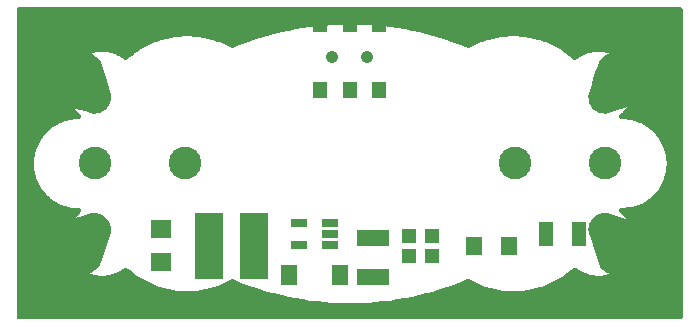
<source format=gbr>
G04 EAGLE Gerber RS-274X export*
G75*
%MOMM*%
%FSLAX34Y34*%
%LPD*%
%INSoldermask Top*%
%IPPOS*%
%AMOC8*
5,1,8,0,0,1.08239X$1,22.5*%
G01*
%ADD10C,0.406400*%
%ADD11R,1.473200X1.673200*%
%ADD12R,2.353200X5.703200*%
%ADD13R,2.703200X1.403200*%
%ADD14R,1.803200X1.603200*%
%ADD15R,1.203200X1.303200*%
%ADD16C,2.755900*%
%ADD17R,1.403200X1.603200*%
%ADD18C,4.013200*%
%ADD19R,1.403200X0.753200*%
%ADD20R,1.203200X1.353200*%
%ADD21C,1.053200*%
%ADD22R,1.203200X2.003200*%

G36*
X282029Y130018D02*
X282029Y130018D01*
X282031Y130036D01*
X282010Y130218D01*
X281991Y130401D01*
X281986Y130418D01*
X281984Y130435D01*
X281927Y130610D01*
X281873Y130786D01*
X281865Y130801D01*
X281859Y130818D01*
X281769Y130978D01*
X281681Y131140D01*
X281670Y131153D01*
X281661Y131169D01*
X281541Y131308D01*
X281424Y131449D01*
X281410Y131460D01*
X281398Y131474D01*
X281253Y131586D01*
X281110Y131701D01*
X281094Y131709D01*
X281080Y131720D01*
X280915Y131802D01*
X280753Y131887D01*
X280736Y131892D01*
X280720Y131900D01*
X280541Y131947D01*
X280366Y131998D01*
X280348Y132000D01*
X280331Y132004D01*
X280000Y132031D01*
X-280000Y132031D01*
X-280018Y132029D01*
X-280036Y132031D01*
X-280218Y132010D01*
X-280401Y131991D01*
X-280418Y131986D01*
X-280435Y131984D01*
X-280610Y131927D01*
X-280786Y131873D01*
X-280801Y131865D01*
X-280818Y131859D01*
X-280978Y131769D01*
X-281140Y131681D01*
X-281153Y131670D01*
X-281169Y131661D01*
X-281308Y131541D01*
X-281449Y131424D01*
X-281460Y131410D01*
X-281474Y131398D01*
X-281586Y131253D01*
X-281701Y131110D01*
X-281709Y131094D01*
X-281720Y131080D01*
X-281802Y130915D01*
X-281887Y130753D01*
X-281892Y130736D01*
X-281900Y130720D01*
X-281947Y130541D01*
X-281998Y130366D01*
X-282000Y130348D01*
X-282004Y130331D01*
X-282031Y130000D01*
X-282031Y-130000D01*
X-282029Y-130018D01*
X-282031Y-130036D01*
X-282010Y-130218D01*
X-281991Y-130401D01*
X-281986Y-130418D01*
X-281984Y-130435D01*
X-281927Y-130610D01*
X-281873Y-130786D01*
X-281865Y-130801D01*
X-281859Y-130818D01*
X-281769Y-130978D01*
X-281681Y-131140D01*
X-281670Y-131153D01*
X-281661Y-131169D01*
X-281541Y-131308D01*
X-281424Y-131449D01*
X-281410Y-131460D01*
X-281398Y-131474D01*
X-281253Y-131586D01*
X-281110Y-131701D01*
X-281094Y-131709D01*
X-281080Y-131720D01*
X-280915Y-131802D01*
X-280753Y-131887D01*
X-280736Y-131892D01*
X-280720Y-131900D01*
X-280541Y-131947D01*
X-280366Y-131998D01*
X-280348Y-132000D01*
X-280331Y-132004D01*
X-280000Y-132031D01*
X280000Y-132031D01*
X280018Y-132029D01*
X280036Y-132031D01*
X280218Y-132010D01*
X280401Y-131991D01*
X280418Y-131986D01*
X280435Y-131984D01*
X280610Y-131927D01*
X280786Y-131873D01*
X280801Y-131865D01*
X280818Y-131859D01*
X280978Y-131769D01*
X281140Y-131681D01*
X281153Y-131670D01*
X281169Y-131661D01*
X281308Y-131541D01*
X281449Y-131424D01*
X281460Y-131410D01*
X281474Y-131398D01*
X281586Y-131253D01*
X281701Y-131110D01*
X281709Y-131094D01*
X281720Y-131080D01*
X281802Y-130915D01*
X281887Y-130753D01*
X281892Y-130736D01*
X281900Y-130720D01*
X281947Y-130541D01*
X281998Y-130366D01*
X282000Y-130348D01*
X282004Y-130331D01*
X282031Y-130000D01*
X282031Y130000D01*
X282029Y130018D01*
G37*
%LPC*%
G36*
X-26744Y-117983D02*
X-26744Y-117983D01*
X-72502Y-110025D01*
X-99358Y-101073D01*
X-99384Y-101067D01*
X-99408Y-101057D01*
X-99581Y-101023D01*
X-99750Y-100984D01*
X-99777Y-100984D01*
X-99803Y-100978D01*
X-99978Y-100979D01*
X-100153Y-100975D01*
X-100179Y-100979D01*
X-100206Y-100979D01*
X-100377Y-101014D01*
X-100549Y-101044D01*
X-100574Y-101054D01*
X-100601Y-101060D01*
X-100908Y-101183D01*
X-116503Y-108981D01*
X-155495Y-109955D01*
X-189009Y-91227D01*
X-189064Y-91203D01*
X-189114Y-91172D01*
X-189183Y-91147D01*
X-189247Y-91113D01*
X-189314Y-91094D01*
X-189378Y-91066D01*
X-189437Y-91054D01*
X-189492Y-91033D01*
X-189564Y-91022D01*
X-189634Y-91002D01*
X-189704Y-90996D01*
X-189772Y-90982D01*
X-189832Y-90981D01*
X-189890Y-90972D01*
X-189963Y-90975D01*
X-190036Y-90969D01*
X-190105Y-90977D01*
X-190175Y-90976D01*
X-190233Y-90987D01*
X-190293Y-90990D01*
X-190375Y-91009D01*
X-190435Y-91016D01*
X-190454Y-91022D01*
X-190502Y-91038D01*
X-190570Y-91050D01*
X-190590Y-91058D01*
X-190616Y-91064D01*
X-211895Y-97835D01*
X-221260Y-93821D01*
X-218848Y-92756D01*
X-218768Y-92707D01*
X-218708Y-92681D01*
X-215459Y-90585D01*
X-215388Y-90524D01*
X-215332Y-90489D01*
X-212451Y-87911D01*
X-212415Y-87867D01*
X-212371Y-87830D01*
X-212334Y-87771D01*
X-212268Y-87694D01*
X-212228Y-87604D01*
X-212192Y-87546D01*
X-208916Y-79712D01*
X-208905Y-79671D01*
X-208890Y-79642D01*
X-206200Y-71587D01*
X-206193Y-71546D01*
X-206179Y-71515D01*
X-204119Y-63396D01*
X-203103Y-61417D01*
X-203067Y-61314D01*
X-203035Y-61248D01*
X-202357Y-59010D01*
X-202340Y-58901D01*
X-202320Y-58831D01*
X-202053Y-56507D01*
X-202056Y-56397D01*
X-202048Y-56325D01*
X-202202Y-53991D01*
X-202224Y-53883D01*
X-202230Y-53810D01*
X-202799Y-51542D01*
X-202840Y-51440D01*
X-202859Y-51369D01*
X-203824Y-49239D01*
X-203883Y-49146D01*
X-203914Y-49080D01*
X-205246Y-47157D01*
X-205320Y-47076D01*
X-205363Y-47017D01*
X-207017Y-45363D01*
X-207104Y-45297D01*
X-207157Y-45246D01*
X-209080Y-43914D01*
X-209178Y-43865D01*
X-209239Y-43824D01*
X-211369Y-42859D01*
X-211475Y-42828D01*
X-211542Y-42799D01*
X-213810Y-42230D01*
X-213920Y-42219D01*
X-213991Y-42202D01*
X-216325Y-42048D01*
X-216434Y-42057D01*
X-216507Y-42053D01*
X-218831Y-42320D01*
X-218937Y-42347D01*
X-219010Y-42357D01*
X-221248Y-43035D01*
X-221348Y-43081D01*
X-221417Y-43103D01*
X-223401Y-44121D01*
X-235361Y-47277D01*
X-233552Y-42031D01*
X-230000Y-42031D01*
X-229863Y-42018D01*
X-229724Y-42012D01*
X-229663Y-41998D01*
X-229599Y-41991D01*
X-229467Y-41951D01*
X-229333Y-41919D01*
X-229275Y-41892D01*
X-229214Y-41873D01*
X-229093Y-41807D01*
X-228968Y-41749D01*
X-228916Y-41712D01*
X-228860Y-41681D01*
X-228754Y-41593D01*
X-228643Y-41511D01*
X-228600Y-41464D01*
X-228551Y-41424D01*
X-228465Y-41316D01*
X-228371Y-41214D01*
X-228339Y-41159D01*
X-228299Y-41110D01*
X-228235Y-40988D01*
X-228164Y-40869D01*
X-228143Y-40809D01*
X-228113Y-40753D01*
X-228075Y-40620D01*
X-228029Y-40490D01*
X-228020Y-40427D01*
X-228002Y-40366D01*
X-227991Y-40228D01*
X-227971Y-40091D01*
X-227974Y-40028D01*
X-227969Y-39964D01*
X-227985Y-39827D01*
X-227993Y-39689D01*
X-228009Y-39628D01*
X-228016Y-39565D01*
X-228059Y-39433D01*
X-228093Y-39299D01*
X-228121Y-39242D01*
X-228141Y-39182D01*
X-228209Y-39062D01*
X-228269Y-38937D01*
X-228308Y-38886D01*
X-228339Y-38831D01*
X-228429Y-38727D01*
X-228513Y-38617D01*
X-228560Y-38575D01*
X-228602Y-38527D01*
X-228711Y-38442D01*
X-228815Y-38350D01*
X-228870Y-38319D01*
X-228920Y-38280D01*
X-229044Y-38218D01*
X-229163Y-38149D01*
X-229224Y-38129D01*
X-229281Y-38100D01*
X-229414Y-38065D01*
X-229545Y-38020D01*
X-229617Y-38010D01*
X-229669Y-37996D01*
X-229772Y-37987D01*
X-229873Y-37973D01*
X-245248Y-37012D01*
X-262304Y-23746D01*
X-269891Y-3831D01*
X-264177Y23786D01*
X-246266Y36041D01*
X-229763Y37983D01*
X-229682Y38000D01*
X-229599Y38009D01*
X-229592Y38011D01*
X-229584Y38012D01*
X-229478Y38045D01*
X-229369Y38069D01*
X-229294Y38102D01*
X-229214Y38127D01*
X-229208Y38131D01*
X-229200Y38133D01*
X-229103Y38187D01*
X-229001Y38231D01*
X-228933Y38279D01*
X-228860Y38319D01*
X-228854Y38324D01*
X-228848Y38327D01*
X-228763Y38399D01*
X-228672Y38463D01*
X-228615Y38523D01*
X-228551Y38576D01*
X-228546Y38582D01*
X-228540Y38587D01*
X-228471Y38675D01*
X-228395Y38755D01*
X-228351Y38826D01*
X-228299Y38890D01*
X-228295Y38897D01*
X-228290Y38903D01*
X-228240Y39002D01*
X-228181Y39096D01*
X-228152Y39174D01*
X-228113Y39247D01*
X-228111Y39255D01*
X-228108Y39262D01*
X-228078Y39369D01*
X-228038Y39473D01*
X-228025Y39555D01*
X-228002Y39634D01*
X-228001Y39642D01*
X-227999Y39650D01*
X-227991Y39761D01*
X-227973Y39870D01*
X-227976Y39953D01*
X-227969Y40036D01*
X-227970Y40043D01*
X-227969Y40051D01*
X-227983Y40162D01*
X-227987Y40273D01*
X-228006Y40353D01*
X-228016Y40435D01*
X-228018Y40443D01*
X-228019Y40451D01*
X-228055Y40556D01*
X-228080Y40664D01*
X-228115Y40739D01*
X-228140Y40817D01*
X-228141Y40818D01*
X-228145Y40825D01*
X-228147Y40832D01*
X-228202Y40929D01*
X-228249Y41030D01*
X-228298Y41097D01*
X-228339Y41169D01*
X-228344Y41175D01*
X-228348Y41181D01*
X-228421Y41265D01*
X-228487Y41355D01*
X-228548Y41411D01*
X-228599Y41471D01*
X-228602Y41474D01*
X-228608Y41478D01*
X-228613Y41484D01*
X-228722Y41570D01*
X-228784Y41627D01*
X-228824Y41651D01*
X-228873Y41690D01*
X-234535Y45465D01*
X-236010Y47677D01*
X-231587Y46200D01*
X-231546Y46193D01*
X-231515Y46179D01*
X-223396Y44119D01*
X-221417Y43103D01*
X-221314Y43067D01*
X-221248Y43035D01*
X-219010Y42357D01*
X-218901Y42340D01*
X-218831Y42320D01*
X-216507Y42053D01*
X-216397Y42056D01*
X-216325Y42048D01*
X-213991Y42202D01*
X-213883Y42224D01*
X-213810Y42230D01*
X-211542Y42799D01*
X-211440Y42840D01*
X-211369Y42859D01*
X-209239Y43824D01*
X-209146Y43883D01*
X-209080Y43914D01*
X-207157Y45246D01*
X-207076Y45320D01*
X-207017Y45363D01*
X-205363Y47017D01*
X-205297Y47104D01*
X-205246Y47157D01*
X-203914Y49080D01*
X-203865Y49178D01*
X-203824Y49239D01*
X-202859Y51369D01*
X-202828Y51475D01*
X-202799Y51542D01*
X-202230Y53810D01*
X-202219Y53920D01*
X-202202Y53991D01*
X-202048Y56325D01*
X-202057Y56434D01*
X-202053Y56507D01*
X-202320Y58831D01*
X-202347Y58937D01*
X-202357Y59010D01*
X-203035Y61248D01*
X-203081Y61348D01*
X-203103Y61417D01*
X-204121Y63401D01*
X-207277Y75363D01*
X-207295Y75406D01*
X-207302Y75443D01*
X-211464Y87210D01*
X-211502Y87283D01*
X-211531Y87359D01*
X-211564Y87401D01*
X-211596Y87462D01*
X-211690Y87561D01*
X-211739Y87623D01*
X-214659Y90276D01*
X-214736Y90328D01*
X-214785Y90373D01*
X-218084Y92537D01*
X-218169Y92576D01*
X-218224Y92613D01*
X-221104Y93911D01*
X-210992Y96885D01*
X-190558Y91047D01*
X-190419Y91022D01*
X-190281Y90988D01*
X-190221Y90986D01*
X-190162Y90975D01*
X-190020Y90978D01*
X-189879Y90972D01*
X-189820Y90982D01*
X-189759Y90983D01*
X-189621Y91014D01*
X-189481Y91036D01*
X-189425Y91057D01*
X-189366Y91070D01*
X-189237Y91127D01*
X-189104Y91177D01*
X-189045Y91212D01*
X-188998Y91233D01*
X-188931Y91280D01*
X-188819Y91347D01*
X-175018Y101205D01*
X-155609Y108969D01*
X-121500Y108969D01*
X-100943Y98201D01*
X-100856Y98166D01*
X-100773Y98122D01*
X-100762Y98118D01*
X-100753Y98113D01*
X-100735Y98108D01*
X-100659Y98086D01*
X-100569Y98050D01*
X-100477Y98033D01*
X-100387Y98006D01*
X-100376Y98005D01*
X-100366Y98002D01*
X-100269Y97994D01*
X-100173Y97976D01*
X-100080Y97977D01*
X-99987Y97969D01*
X-99975Y97970D01*
X-99964Y97969D01*
X-99868Y97980D01*
X-99771Y97982D01*
X-99679Y98001D01*
X-99586Y98011D01*
X-99574Y98015D01*
X-99565Y98016D01*
X-99508Y98035D01*
X-99458Y98049D01*
X-99377Y98067D01*
X-99332Y98087D01*
X-99268Y98105D01*
X-55514Y115010D01*
X-1995Y120957D01*
X44606Y115999D01*
X99433Y100050D01*
X99545Y100029D01*
X99654Y99998D01*
X99742Y99992D01*
X99828Y99976D01*
X99942Y99978D01*
X100056Y99970D01*
X100143Y99981D01*
X100231Y99982D01*
X100342Y100006D01*
X100455Y100020D01*
X100538Y100049D01*
X100625Y100067D01*
X100729Y100113D01*
X100837Y100149D01*
X100928Y100200D01*
X100993Y100228D01*
X101047Y100266D01*
X101127Y100310D01*
X103890Y102152D01*
X128317Y109969D01*
X152602Y109969D01*
X178807Y99293D01*
X188497Y88634D01*
X188540Y88595D01*
X188576Y88551D01*
X188598Y88534D01*
X188617Y88513D01*
X188709Y88442D01*
X188796Y88364D01*
X188845Y88335D01*
X188890Y88299D01*
X188915Y88286D01*
X188937Y88269D01*
X189042Y88218D01*
X189142Y88159D01*
X189197Y88140D01*
X189247Y88113D01*
X189274Y88106D01*
X189299Y88093D01*
X189412Y88064D01*
X189522Y88026D01*
X189579Y88018D01*
X189634Y88002D01*
X189662Y88000D01*
X189689Y87993D01*
X189806Y87986D01*
X189921Y87970D01*
X189978Y87974D01*
X190036Y87969D01*
X190063Y87972D01*
X190091Y87971D01*
X190206Y87988D01*
X190323Y87995D01*
X190379Y88009D01*
X190435Y88016D01*
X190462Y88025D01*
X190490Y88029D01*
X190599Y88068D01*
X190712Y88098D01*
X190764Y88123D01*
X190815Y88140D01*
X190818Y88141D01*
X190843Y88155D01*
X190869Y88164D01*
X190996Y88238D01*
X191073Y88276D01*
X191108Y88302D01*
X191156Y88330D01*
X203507Y96881D01*
X222365Y94309D01*
X218848Y92756D01*
X218768Y92707D01*
X218708Y92681D01*
X215459Y90585D01*
X215388Y90524D01*
X215332Y90489D01*
X212451Y87911D01*
X212415Y87867D01*
X212371Y87830D01*
X212334Y87771D01*
X212268Y87694D01*
X212228Y87604D01*
X212192Y87546D01*
X208916Y79712D01*
X208905Y79671D01*
X208890Y79642D01*
X206200Y71587D01*
X206193Y71546D01*
X206179Y71515D01*
X204119Y63396D01*
X203103Y61417D01*
X203067Y61314D01*
X203035Y61248D01*
X202357Y59010D01*
X202340Y58901D01*
X202320Y58831D01*
X202053Y56507D01*
X202056Y56397D01*
X202048Y56325D01*
X202202Y53991D01*
X202224Y53883D01*
X202230Y53810D01*
X202799Y51542D01*
X202840Y51440D01*
X202859Y51369D01*
X203824Y49239D01*
X203883Y49146D01*
X203914Y49080D01*
X205246Y47157D01*
X205320Y47076D01*
X205363Y47017D01*
X207017Y45363D01*
X207095Y45304D01*
X207124Y45277D01*
X207126Y45276D01*
X207157Y45246D01*
X209080Y43914D01*
X209178Y43865D01*
X209239Y43824D01*
X211369Y42859D01*
X211475Y42828D01*
X211542Y42799D01*
X213810Y42230D01*
X213920Y42219D01*
X213991Y42202D01*
X216325Y42048D01*
X216434Y42057D01*
X216507Y42053D01*
X218831Y42320D01*
X218937Y42347D01*
X219010Y42357D01*
X221248Y43035D01*
X221348Y43081D01*
X221417Y43103D01*
X223401Y44121D01*
X235363Y47277D01*
X235406Y47295D01*
X235443Y47302D01*
X236777Y47774D01*
X234208Y42956D01*
X234162Y42844D01*
X234107Y42736D01*
X234085Y42658D01*
X234054Y42584D01*
X234031Y42465D01*
X233999Y42348D01*
X233993Y42268D01*
X233978Y42188D01*
X233978Y42067D01*
X233969Y41947D01*
X233980Y41867D01*
X233980Y41786D01*
X234005Y41667D01*
X234020Y41547D01*
X234046Y41471D01*
X234062Y41392D01*
X234110Y41280D01*
X234148Y41166D01*
X234188Y41096D01*
X234220Y41021D01*
X234289Y40921D01*
X234349Y40817D01*
X234402Y40756D01*
X234448Y40689D01*
X234535Y40605D01*
X234615Y40514D01*
X234679Y40465D01*
X234737Y40409D01*
X234839Y40344D01*
X234935Y40270D01*
X235020Y40227D01*
X235076Y40191D01*
X235141Y40166D01*
X235231Y40120D01*
X256599Y31379D01*
X268969Y10445D01*
X268969Y-11429D01*
X258521Y-28525D01*
X246317Y-36035D01*
X229763Y-37983D01*
X229682Y-38000D01*
X229599Y-38009D01*
X229494Y-38041D01*
X229386Y-38064D01*
X229378Y-38067D01*
X229369Y-38069D01*
X229294Y-38102D01*
X229214Y-38127D01*
X229118Y-38179D01*
X229016Y-38223D01*
X229009Y-38228D01*
X229001Y-38231D01*
X228933Y-38279D01*
X228860Y-38319D01*
X228776Y-38389D01*
X228685Y-38452D01*
X228679Y-38458D01*
X228672Y-38463D01*
X228615Y-38523D01*
X228551Y-38576D01*
X228482Y-38662D01*
X228406Y-38741D01*
X228401Y-38749D01*
X228395Y-38755D01*
X228351Y-38826D01*
X228299Y-38890D01*
X228248Y-38988D01*
X228189Y-39081D01*
X228185Y-39089D01*
X228181Y-39096D01*
X228152Y-39174D01*
X228113Y-39247D01*
X228083Y-39353D01*
X228043Y-39456D01*
X228041Y-39465D01*
X228038Y-39473D01*
X228025Y-39554D01*
X228002Y-39634D01*
X227993Y-39744D01*
X227974Y-39853D01*
X227974Y-39862D01*
X227973Y-39870D01*
X227976Y-39953D01*
X227969Y-40036D01*
X227982Y-40145D01*
X227985Y-40255D01*
X227987Y-40264D01*
X227987Y-40273D01*
X228006Y-40353D01*
X228016Y-40435D01*
X228050Y-40540D01*
X228075Y-40648D01*
X228078Y-40656D01*
X228080Y-40664D01*
X228115Y-40739D01*
X228119Y-40753D01*
X228141Y-40818D01*
X228195Y-40914D01*
X228240Y-41015D01*
X228245Y-41022D01*
X228249Y-41030D01*
X228298Y-41097D01*
X228339Y-41169D01*
X228411Y-41252D01*
X228475Y-41342D01*
X228482Y-41349D01*
X228487Y-41355D01*
X228524Y-41389D01*
X228554Y-41418D01*
X228602Y-41474D01*
X228651Y-41512D01*
X228714Y-41572D01*
X236289Y-47770D01*
X231587Y-46200D01*
X231546Y-46193D01*
X231515Y-46179D01*
X223396Y-44119D01*
X221417Y-43103D01*
X221349Y-43080D01*
X221299Y-43054D01*
X221280Y-43051D01*
X221248Y-43035D01*
X219010Y-42357D01*
X218901Y-42340D01*
X218831Y-42320D01*
X216507Y-42053D01*
X216397Y-42056D01*
X216325Y-42048D01*
X213991Y-42202D01*
X213883Y-42224D01*
X213810Y-42230D01*
X211542Y-42799D01*
X211440Y-42840D01*
X211369Y-42859D01*
X209239Y-43824D01*
X209146Y-43883D01*
X209080Y-43914D01*
X207157Y-45246D01*
X207076Y-45320D01*
X207017Y-45363D01*
X205363Y-47017D01*
X205297Y-47104D01*
X205246Y-47157D01*
X203914Y-49080D01*
X203865Y-49178D01*
X203824Y-49239D01*
X202859Y-51369D01*
X202828Y-51475D01*
X202799Y-51542D01*
X202230Y-53810D01*
X202219Y-53920D01*
X202202Y-53991D01*
X202048Y-56325D01*
X202057Y-56434D01*
X202053Y-56507D01*
X202264Y-58343D01*
X202264Y-58344D01*
X202320Y-58831D01*
X202347Y-58937D01*
X202357Y-59010D01*
X203035Y-61248D01*
X203081Y-61348D01*
X203103Y-61417D01*
X204121Y-63401D01*
X207277Y-75363D01*
X207295Y-75406D01*
X207302Y-75443D01*
X211464Y-87210D01*
X211502Y-87283D01*
X211531Y-87359D01*
X211564Y-87401D01*
X211596Y-87462D01*
X211690Y-87561D01*
X211739Y-87623D01*
X214659Y-90276D01*
X214736Y-90328D01*
X214785Y-90373D01*
X218084Y-92537D01*
X218169Y-92576D01*
X218224Y-92613D01*
X220499Y-93639D01*
X215777Y-95627D01*
X212846Y-96861D01*
X190513Y-91035D01*
X190504Y-91033D01*
X190496Y-91030D01*
X190307Y-91002D01*
X190115Y-90972D01*
X190106Y-90972D01*
X190098Y-90971D01*
X189907Y-90981D01*
X189713Y-90989D01*
X189704Y-90991D01*
X189696Y-90992D01*
X189510Y-91039D01*
X189322Y-91085D01*
X189314Y-91089D01*
X189306Y-91091D01*
X189004Y-91230D01*
X157437Y-108986D01*
X128251Y-109959D01*
X107985Y-104169D01*
X101322Y-98458D01*
X101213Y-98382D01*
X101110Y-98299D01*
X101049Y-98267D01*
X100992Y-98227D01*
X100870Y-98174D01*
X100753Y-98113D01*
X100686Y-98094D01*
X100623Y-98067D01*
X100493Y-98039D01*
X100366Y-98002D01*
X100297Y-97996D01*
X100229Y-97982D01*
X100097Y-97980D01*
X99964Y-97969D01*
X99896Y-97977D01*
X99827Y-97976D01*
X99696Y-98001D01*
X99565Y-98016D01*
X99499Y-98037D01*
X99431Y-98050D01*
X99308Y-98100D01*
X99182Y-98141D01*
X99122Y-98175D01*
X99057Y-98201D01*
X98947Y-98274D01*
X98831Y-98339D01*
X98779Y-98384D01*
X98721Y-98422D01*
X98627Y-98515D01*
X98527Y-98602D01*
X98484Y-98657D01*
X98435Y-98705D01*
X98361Y-98815D01*
X98280Y-98920D01*
X98249Y-98982D01*
X98210Y-99039D01*
X98160Y-99162D01*
X98100Y-99281D01*
X98082Y-99347D01*
X98056Y-99411D01*
X98030Y-99541D01*
X97996Y-99669D01*
X97989Y-99749D01*
X97978Y-99806D01*
X97978Y-99884D01*
X97969Y-100000D01*
X97969Y-100614D01*
X76406Y-109051D01*
X40707Y-116984D01*
X-1990Y-119963D01*
X-26744Y-117983D01*
G37*
%LPD*%
D10*
X230000Y-40000D02*
X230974Y-39988D01*
X231948Y-39953D01*
X232920Y-39893D01*
X233890Y-39810D01*
X234859Y-39704D01*
X235824Y-39574D01*
X236786Y-39420D01*
X237744Y-39243D01*
X238697Y-39043D01*
X239645Y-38820D01*
X240588Y-38573D01*
X241524Y-38304D01*
X242453Y-38012D01*
X243375Y-37698D01*
X244289Y-37361D01*
X245195Y-37002D01*
X246091Y-36621D01*
X246978Y-36218D01*
X247855Y-35794D01*
X248721Y-35348D01*
X249577Y-34882D01*
X250420Y-34395D01*
X251252Y-33887D01*
X252071Y-33360D01*
X252877Y-32813D01*
X253669Y-32246D01*
X254447Y-31660D01*
X255211Y-31055D01*
X255959Y-30432D01*
X256693Y-29791D01*
X257410Y-29132D01*
X258112Y-28456D01*
X258796Y-27763D01*
X259464Y-27054D01*
X260114Y-26328D01*
X260746Y-25587D01*
X261360Y-24831D01*
X261955Y-24060D01*
X262532Y-23274D01*
X263089Y-22475D01*
X263626Y-21663D01*
X264144Y-20838D01*
X264641Y-20000D01*
X265118Y-19151D01*
X265574Y-18290D01*
X266009Y-17418D01*
X266422Y-16536D01*
X266814Y-15644D01*
X267184Y-14743D01*
X267532Y-13833D01*
X267858Y-12915D01*
X268161Y-11990D01*
X268442Y-11057D01*
X268699Y-10117D01*
X268934Y-9172D01*
X269146Y-8221D01*
X269335Y-7265D01*
X269500Y-6305D01*
X269642Y-5342D01*
X269760Y-4375D01*
X269855Y-3405D01*
X269926Y-2434D01*
X269973Y-1461D01*
X269997Y-487D01*
X269997Y487D01*
X269973Y1461D01*
X269926Y2434D01*
X269855Y3405D01*
X269760Y4375D01*
X269642Y5342D01*
X269500Y6305D01*
X269335Y7265D01*
X269146Y8221D01*
X268934Y9172D01*
X268699Y10117D01*
X268442Y11057D01*
X268161Y11990D01*
X267858Y12915D01*
X267532Y13833D01*
X267184Y14743D01*
X266814Y15644D01*
X266422Y16536D01*
X266009Y17418D01*
X265574Y18290D01*
X265118Y19151D01*
X264641Y20000D01*
X264144Y20838D01*
X263626Y21663D01*
X263089Y22475D01*
X262532Y23274D01*
X261955Y24060D01*
X261360Y24831D01*
X260746Y25587D01*
X260114Y26328D01*
X259464Y27054D01*
X258796Y27763D01*
X258112Y28456D01*
X257410Y29132D01*
X256693Y29791D01*
X255959Y30432D01*
X255211Y31055D01*
X254447Y31660D01*
X253669Y32246D01*
X252877Y32813D01*
X252071Y33360D01*
X251252Y33887D01*
X250420Y34395D01*
X249577Y34882D01*
X248721Y35348D01*
X247855Y35794D01*
X246978Y36218D01*
X246091Y36621D01*
X245195Y37002D01*
X244289Y37361D01*
X243375Y37698D01*
X242453Y38012D01*
X241524Y38304D01*
X240588Y38573D01*
X239645Y38820D01*
X238697Y39043D01*
X237744Y39243D01*
X236786Y39420D01*
X235824Y39574D01*
X234859Y39704D01*
X233890Y39810D01*
X232920Y39893D01*
X231948Y39953D01*
X230974Y39988D01*
X230000Y40000D01*
X230000Y-40000D02*
X230603Y-40494D01*
X231194Y-41003D01*
X231772Y-41526D01*
X232337Y-42063D01*
X232889Y-42614D01*
X233427Y-43178D01*
X233952Y-43755D01*
X234462Y-44345D01*
X234958Y-44946D01*
X235438Y-45560D01*
X235904Y-46185D01*
X236355Y-46822D01*
X236790Y-47469D01*
X237209Y-48126D01*
X237611Y-48794D01*
X237998Y-49471D01*
X238368Y-50158D01*
X238721Y-50853D01*
X239057Y-51556D01*
X239375Y-52268D01*
X239677Y-52987D01*
X239961Y-53713D01*
X240226Y-54446D01*
X240475Y-55185D01*
X240704Y-55930D01*
X240916Y-56681D01*
X241110Y-57436D01*
X241285Y-58196D01*
X241441Y-58960D01*
X241579Y-59727D01*
X241698Y-60498D01*
X241798Y-61271D01*
X241879Y-62046D01*
X241942Y-62823D01*
X241985Y-63602D01*
X242010Y-64381D01*
X242016Y-65161D01*
X242002Y-65940D01*
X241970Y-66719D01*
X241918Y-67497D01*
X241848Y-68274D01*
X241759Y-69048D01*
X241651Y-69821D01*
X241524Y-70590D01*
X241379Y-71356D01*
X241215Y-72118D01*
X241032Y-72876D01*
X240831Y-73629D01*
X240612Y-74378D01*
X240374Y-75120D01*
X240119Y-75857D01*
X239846Y-76587D01*
X239555Y-77310D01*
X239246Y-78026D01*
X238920Y-78735D01*
X238577Y-79435D01*
X238217Y-80127D01*
X237840Y-80809D01*
X237447Y-81482D01*
X237038Y-82146D01*
X236612Y-82799D01*
X236171Y-83442D01*
X235714Y-84074D01*
X235242Y-84694D01*
X234755Y-85303D01*
X234253Y-85900D01*
X233737Y-86484D01*
X233207Y-87056D01*
X232663Y-87615D01*
X232105Y-88160D01*
X231535Y-88691D01*
X230952Y-89209D01*
X230356Y-89712D01*
X229748Y-90200D01*
X229129Y-90673D01*
X228498Y-91132D01*
X227856Y-91574D01*
X227204Y-92001D01*
X226541Y-92412D01*
X225869Y-92807D01*
X225187Y-93185D01*
X224496Y-93546D01*
X223796Y-93891D01*
X223089Y-94218D01*
X222373Y-94528D01*
X221651Y-94821D01*
X220921Y-95096D01*
X220185Y-95353D01*
X219443Y-95592D01*
X218695Y-95813D01*
X217942Y-96015D01*
X217185Y-96199D01*
X216423Y-96365D01*
X215657Y-96512D01*
X214888Y-96641D01*
X214116Y-96750D01*
X213342Y-96841D01*
X212565Y-96913D01*
X211788Y-96966D01*
X211009Y-97000D01*
X210229Y-97015D01*
X209449Y-97011D01*
X208670Y-96988D01*
X207892Y-96946D01*
X207114Y-96886D01*
X206339Y-96806D01*
X205565Y-96707D01*
X204794Y-96590D01*
X204027Y-96454D01*
X203263Y-96299D01*
X202502Y-96126D01*
X201747Y-95934D01*
X200996Y-95724D01*
X200250Y-95495D01*
X199511Y-95249D01*
X198777Y-94985D01*
X198050Y-94702D01*
X197331Y-94403D01*
X196618Y-94085D01*
X195914Y-93751D01*
X195218Y-93399D01*
X194531Y-93031D01*
X193853Y-92646D01*
X193185Y-92245D01*
X192526Y-91827D01*
X191878Y-91394D01*
X191241Y-90944D01*
X190614Y-90480D01*
X190000Y-90000D01*
X188579Y-91256D01*
X187127Y-92477D01*
X185646Y-93662D01*
X184137Y-94811D01*
X182599Y-95922D01*
X181035Y-96995D01*
X179445Y-98029D01*
X177830Y-99024D01*
X176191Y-99979D01*
X174530Y-100894D01*
X172846Y-101767D01*
X171141Y-102599D01*
X169417Y-103389D01*
X167673Y-104136D01*
X165912Y-104841D01*
X164134Y-105502D01*
X162341Y-106119D01*
X160533Y-106692D01*
X158711Y-107220D01*
X156877Y-107704D01*
X155031Y-108143D01*
X153176Y-108536D01*
X151311Y-108883D01*
X149438Y-109185D01*
X147559Y-109441D01*
X145674Y-109650D01*
X143784Y-109813D01*
X141891Y-109930D01*
X139995Y-110000D01*
X138098Y-110024D01*
X136202Y-110001D01*
X134306Y-109932D01*
X132413Y-109816D01*
X130523Y-109654D01*
X128638Y-109446D01*
X126758Y-109191D01*
X124885Y-108891D01*
X123020Y-108544D01*
X121165Y-108152D01*
X119319Y-107714D01*
X117485Y-107232D01*
X115663Y-106704D01*
X113854Y-106132D01*
X112060Y-105516D01*
X110282Y-104856D01*
X108520Y-104153D01*
X106777Y-103406D01*
X105052Y-102617D01*
X103346Y-101786D01*
X101662Y-100914D01*
X100000Y-100000D01*
X230000Y40000D02*
X230603Y40494D01*
X231194Y41003D01*
X231772Y41526D01*
X232337Y42063D01*
X232889Y42614D01*
X233427Y43178D01*
X233952Y43755D01*
X234462Y44345D01*
X234958Y44946D01*
X235438Y45560D01*
X235904Y46185D01*
X236355Y46822D01*
X236790Y47469D01*
X237209Y48126D01*
X237611Y48794D01*
X237998Y49471D01*
X238368Y50158D01*
X238721Y50853D01*
X239057Y51556D01*
X239375Y52268D01*
X239677Y52987D01*
X239961Y53713D01*
X240226Y54446D01*
X240475Y55185D01*
X240704Y55930D01*
X240916Y56681D01*
X241110Y57436D01*
X241285Y58196D01*
X241441Y58960D01*
X241579Y59727D01*
X241698Y60498D01*
X241798Y61271D01*
X241879Y62046D01*
X241942Y62823D01*
X241985Y63602D01*
X242010Y64381D01*
X242016Y65161D01*
X242002Y65940D01*
X241970Y66719D01*
X241918Y67497D01*
X241848Y68274D01*
X241759Y69048D01*
X241651Y69821D01*
X241524Y70590D01*
X241379Y71356D01*
X241215Y72118D01*
X241032Y72876D01*
X240831Y73629D01*
X240612Y74378D01*
X240374Y75120D01*
X240119Y75857D01*
X239846Y76587D01*
X239555Y77310D01*
X239246Y78026D01*
X238920Y78735D01*
X238577Y79435D01*
X238217Y80127D01*
X237840Y80809D01*
X237447Y81482D01*
X237038Y82146D01*
X236612Y82799D01*
X236171Y83442D01*
X235714Y84074D01*
X235242Y84694D01*
X234755Y85303D01*
X234253Y85900D01*
X233737Y86484D01*
X233207Y87056D01*
X232663Y87615D01*
X232105Y88160D01*
X231535Y88691D01*
X230952Y89209D01*
X230356Y89712D01*
X229748Y90200D01*
X229129Y90673D01*
X228498Y91132D01*
X227856Y91574D01*
X227204Y92001D01*
X226541Y92412D01*
X225869Y92807D01*
X225187Y93185D01*
X224496Y93546D01*
X223796Y93891D01*
X223089Y94218D01*
X222373Y94528D01*
X221651Y94821D01*
X220921Y95096D01*
X220185Y95353D01*
X219443Y95592D01*
X218695Y95813D01*
X217942Y96015D01*
X217185Y96199D01*
X216423Y96365D01*
X215657Y96512D01*
X214888Y96641D01*
X214116Y96750D01*
X213342Y96841D01*
X212565Y96913D01*
X211788Y96966D01*
X211009Y97000D01*
X210229Y97015D01*
X209449Y97011D01*
X208670Y96988D01*
X207892Y96946D01*
X207114Y96886D01*
X206339Y96806D01*
X205565Y96707D01*
X204794Y96590D01*
X204027Y96454D01*
X203263Y96299D01*
X202502Y96126D01*
X201747Y95934D01*
X200996Y95724D01*
X200250Y95495D01*
X199511Y95249D01*
X198777Y94985D01*
X198050Y94702D01*
X197331Y94403D01*
X196618Y94085D01*
X195914Y93751D01*
X195218Y93399D01*
X194531Y93031D01*
X193853Y92646D01*
X193185Y92245D01*
X192526Y91827D01*
X191878Y91394D01*
X191241Y90944D01*
X190614Y90480D01*
X190000Y90000D01*
X188579Y91256D01*
X187127Y92477D01*
X185646Y93662D01*
X184137Y94811D01*
X182599Y95922D01*
X181035Y96995D01*
X179445Y98029D01*
X177830Y99024D01*
X176191Y99979D01*
X174530Y100894D01*
X172846Y101767D01*
X171141Y102599D01*
X169417Y103389D01*
X167673Y104136D01*
X165912Y104841D01*
X164134Y105502D01*
X162341Y106119D01*
X160533Y106692D01*
X158711Y107220D01*
X156877Y107704D01*
X155031Y108143D01*
X153176Y108536D01*
X151311Y108883D01*
X149438Y109185D01*
X147559Y109441D01*
X145674Y109650D01*
X143784Y109813D01*
X141891Y109930D01*
X139995Y110000D01*
X138098Y110024D01*
X136202Y110001D01*
X134306Y109932D01*
X132413Y109816D01*
X130523Y109654D01*
X128638Y109446D01*
X126758Y109191D01*
X124885Y108891D01*
X123020Y108544D01*
X121165Y108152D01*
X119319Y107714D01*
X117485Y107232D01*
X115663Y106704D01*
X113854Y106132D01*
X112060Y105516D01*
X110282Y104856D01*
X108520Y104153D01*
X106777Y103406D01*
X105052Y102617D01*
X103346Y101786D01*
X101662Y100914D01*
X100000Y100000D01*
X94230Y102324D01*
X88405Y104509D01*
X82530Y106554D01*
X76608Y108458D01*
X70642Y110219D01*
X64635Y111838D01*
X58591Y113312D01*
X52514Y114641D01*
X46407Y115825D01*
X40273Y116862D01*
X34117Y117752D01*
X27940Y118494D01*
X21748Y119089D01*
X15543Y119535D01*
X9329Y119833D01*
X3110Y119981D01*
X-3110Y119981D01*
X-9329Y119833D01*
X-15543Y119535D01*
X-21748Y119089D01*
X-27940Y118494D01*
X-34117Y117752D01*
X-40273Y116862D01*
X-46407Y115825D01*
X-52514Y114641D01*
X-58591Y113312D01*
X-64635Y111838D01*
X-70642Y110219D01*
X-76608Y108458D01*
X-82530Y106554D01*
X-88405Y104509D01*
X-94230Y102324D01*
X-100000Y100000D01*
X-101662Y100914D01*
X-103346Y101786D01*
X-105052Y102617D01*
X-106777Y103406D01*
X-108520Y104153D01*
X-110282Y104856D01*
X-112060Y105516D01*
X-113854Y106132D01*
X-115663Y106704D01*
X-117485Y107232D01*
X-119319Y107714D01*
X-121165Y108152D01*
X-123020Y108544D01*
X-124885Y108891D01*
X-126758Y109191D01*
X-128638Y109446D01*
X-130523Y109654D01*
X-132413Y109816D01*
X-134306Y109932D01*
X-136202Y110001D01*
X-138098Y110024D01*
X-139995Y110000D01*
X-141891Y109930D01*
X-143784Y109813D01*
X-145674Y109650D01*
X-147559Y109441D01*
X-149438Y109185D01*
X-151311Y108883D01*
X-153176Y108536D01*
X-155031Y108143D01*
X-156877Y107704D01*
X-158711Y107220D01*
X-160533Y106692D01*
X-162341Y106119D01*
X-164134Y105502D01*
X-165912Y104841D01*
X-167673Y104136D01*
X-169417Y103389D01*
X-171141Y102599D01*
X-172846Y101767D01*
X-174530Y100894D01*
X-176191Y99979D01*
X-177830Y99024D01*
X-179445Y98029D01*
X-181035Y96995D01*
X-182599Y95922D01*
X-184137Y94811D01*
X-185646Y93662D01*
X-187127Y92477D01*
X-188579Y91256D01*
X-190000Y90000D01*
X-190614Y90480D01*
X-191241Y90944D01*
X-191878Y91394D01*
X-192526Y91827D01*
X-193185Y92245D01*
X-193853Y92646D01*
X-194531Y93031D01*
X-195218Y93399D01*
X-195914Y93751D01*
X-196618Y94085D01*
X-197331Y94403D01*
X-198050Y94702D01*
X-198777Y94985D01*
X-199511Y95249D01*
X-200250Y95495D01*
X-200996Y95724D01*
X-201747Y95934D01*
X-202502Y96126D01*
X-203263Y96299D01*
X-204027Y96454D01*
X-204794Y96590D01*
X-205565Y96707D01*
X-206339Y96806D01*
X-207114Y96886D01*
X-207892Y96946D01*
X-208670Y96988D01*
X-209449Y97011D01*
X-210229Y97015D01*
X-211009Y97000D01*
X-211788Y96966D01*
X-212565Y96913D01*
X-213342Y96841D01*
X-214116Y96750D01*
X-214888Y96641D01*
X-215657Y96512D01*
X-216423Y96365D01*
X-217185Y96199D01*
X-217942Y96015D01*
X-218695Y95813D01*
X-219443Y95592D01*
X-220185Y95353D01*
X-220921Y95096D01*
X-221651Y94821D01*
X-222373Y94528D01*
X-223089Y94218D01*
X-223796Y93891D01*
X-224496Y93546D01*
X-225187Y93185D01*
X-225869Y92807D01*
X-226541Y92412D01*
X-227204Y92001D01*
X-227856Y91574D01*
X-228498Y91132D01*
X-229129Y90673D01*
X-229748Y90200D01*
X-230356Y89712D01*
X-230952Y89209D01*
X-231535Y88691D01*
X-232105Y88160D01*
X-232663Y87615D01*
X-233207Y87056D01*
X-233737Y86484D01*
X-234253Y85900D01*
X-234755Y85303D01*
X-235242Y84694D01*
X-235714Y84074D01*
X-236171Y83442D01*
X-236612Y82799D01*
X-237038Y82146D01*
X-237447Y81482D01*
X-237840Y80809D01*
X-238217Y80127D01*
X-238577Y79435D01*
X-238920Y78735D01*
X-239246Y78026D01*
X-239555Y77310D01*
X-239846Y76587D01*
X-240119Y75857D01*
X-240374Y75120D01*
X-240612Y74378D01*
X-240831Y73629D01*
X-241032Y72876D01*
X-241215Y72118D01*
X-241379Y71356D01*
X-241524Y70590D01*
X-241651Y69821D01*
X-241759Y69048D01*
X-241848Y68274D01*
X-241918Y67497D01*
X-241970Y66719D01*
X-242002Y65940D01*
X-242016Y65161D01*
X-242010Y64381D01*
X-241985Y63602D01*
X-241942Y62823D01*
X-241879Y62046D01*
X-241798Y61271D01*
X-241698Y60498D01*
X-241579Y59727D01*
X-241441Y58960D01*
X-241285Y58196D01*
X-241110Y57436D01*
X-240916Y56681D01*
X-240704Y55930D01*
X-240475Y55185D01*
X-240226Y54446D01*
X-239961Y53713D01*
X-239677Y52987D01*
X-239375Y52268D01*
X-239057Y51556D01*
X-238721Y50853D01*
X-238368Y50158D01*
X-237998Y49471D01*
X-237611Y48794D01*
X-237209Y48126D01*
X-236790Y47469D01*
X-236355Y46822D01*
X-235904Y46185D01*
X-235438Y45560D01*
X-234958Y44946D01*
X-234462Y44345D01*
X-233952Y43755D01*
X-233427Y43178D01*
X-232889Y42614D01*
X-232337Y42063D01*
X-231772Y41526D01*
X-231194Y41003D01*
X-230603Y40494D01*
X-230000Y40000D01*
X-230974Y39988D01*
X-231948Y39953D01*
X-232920Y39893D01*
X-233890Y39810D01*
X-234859Y39704D01*
X-235824Y39574D01*
X-236786Y39420D01*
X-237744Y39243D01*
X-238697Y39043D01*
X-239645Y38820D01*
X-240588Y38573D01*
X-241524Y38304D01*
X-242453Y38012D01*
X-243375Y37698D01*
X-244289Y37361D01*
X-245195Y37002D01*
X-246091Y36621D01*
X-246978Y36218D01*
X-247855Y35794D01*
X-248721Y35348D01*
X-249577Y34882D01*
X-250420Y34395D01*
X-251252Y33887D01*
X-252071Y33360D01*
X-252877Y32813D01*
X-253669Y32246D01*
X-254447Y31660D01*
X-255211Y31055D01*
X-255959Y30432D01*
X-256693Y29791D01*
X-257410Y29132D01*
X-258112Y28456D01*
X-258796Y27763D01*
X-259464Y27054D01*
X-260114Y26328D01*
X-260746Y25587D01*
X-261360Y24831D01*
X-261955Y24060D01*
X-262532Y23274D01*
X-263089Y22475D01*
X-263626Y21663D01*
X-264144Y20838D01*
X-264641Y20000D01*
X-265118Y19151D01*
X-265574Y18290D01*
X-266009Y17418D01*
X-266422Y16536D01*
X-266814Y15644D01*
X-267184Y14743D01*
X-267532Y13833D01*
X-267858Y12915D01*
X-268161Y11990D01*
X-268442Y11057D01*
X-268699Y10117D01*
X-268934Y9172D01*
X-269146Y8221D01*
X-269335Y7265D01*
X-269500Y6305D01*
X-269642Y5342D01*
X-269760Y4375D01*
X-269855Y3405D01*
X-269926Y2434D01*
X-269973Y1461D01*
X-269997Y487D01*
X-269997Y-487D01*
X-269973Y-1461D01*
X-269926Y-2434D01*
X-269855Y-3405D01*
X-269760Y-4375D01*
X-269642Y-5342D01*
X-269500Y-6305D01*
X-269335Y-7265D01*
X-269146Y-8221D01*
X-268934Y-9172D01*
X-268699Y-10117D01*
X-268442Y-11057D01*
X-268161Y-11990D01*
X-267858Y-12915D01*
X-267532Y-13833D01*
X-267184Y-14743D01*
X-266814Y-15644D01*
X-266422Y-16536D01*
X-266009Y-17418D01*
X-265574Y-18290D01*
X-265118Y-19151D01*
X-264641Y-20000D01*
X-264144Y-20838D01*
X-263626Y-21663D01*
X-263089Y-22475D01*
X-262532Y-23274D01*
X-261955Y-24060D01*
X-261360Y-24831D01*
X-260746Y-25587D01*
X-260114Y-26328D01*
X-259464Y-27054D01*
X-258796Y-27763D01*
X-258112Y-28456D01*
X-257410Y-29132D01*
X-256693Y-29791D01*
X-255959Y-30432D01*
X-255211Y-31055D01*
X-254447Y-31660D01*
X-253669Y-32246D01*
X-252877Y-32813D01*
X-252071Y-33360D01*
X-251252Y-33887D01*
X-250420Y-34395D01*
X-249577Y-34882D01*
X-248721Y-35348D01*
X-247855Y-35794D01*
X-246978Y-36218D01*
X-246091Y-36621D01*
X-245195Y-37002D01*
X-244289Y-37361D01*
X-243375Y-37698D01*
X-242453Y-38012D01*
X-241524Y-38304D01*
X-240588Y-38573D01*
X-239645Y-38820D01*
X-238697Y-39043D01*
X-237744Y-39243D01*
X-236786Y-39420D01*
X-235824Y-39574D01*
X-234859Y-39704D01*
X-233890Y-39810D01*
X-232920Y-39893D01*
X-231948Y-39953D01*
X-230974Y-39988D01*
X-230000Y-40000D01*
X-230603Y-40494D01*
X-231194Y-41003D01*
X-231772Y-41526D01*
X-232337Y-42063D01*
X-232889Y-42614D01*
X-233427Y-43178D01*
X-233952Y-43755D01*
X-234462Y-44345D01*
X-234958Y-44946D01*
X-235438Y-45560D01*
X-235904Y-46185D01*
X-236355Y-46822D01*
X-236790Y-47469D01*
X-237209Y-48126D01*
X-237611Y-48794D01*
X-237998Y-49471D01*
X-238368Y-50158D01*
X-238721Y-50853D01*
X-239057Y-51556D01*
X-239375Y-52268D01*
X-239677Y-52987D01*
X-239961Y-53713D01*
X-240226Y-54446D01*
X-240475Y-55185D01*
X-240704Y-55930D01*
X-240916Y-56681D01*
X-241110Y-57436D01*
X-241285Y-58196D01*
X-241441Y-58960D01*
X-241579Y-59727D01*
X-241698Y-60498D01*
X-241798Y-61271D01*
X-241879Y-62046D01*
X-241942Y-62823D01*
X-241985Y-63602D01*
X-242010Y-64381D01*
X-242016Y-65161D01*
X-242002Y-65940D01*
X-241970Y-66719D01*
X-241918Y-67497D01*
X-241848Y-68274D01*
X-241759Y-69048D01*
X-241651Y-69821D01*
X-241524Y-70590D01*
X-241379Y-71356D01*
X-241215Y-72118D01*
X-241032Y-72876D01*
X-240831Y-73629D01*
X-240612Y-74378D01*
X-240374Y-75120D01*
X-240119Y-75857D01*
X-239846Y-76587D01*
X-239555Y-77310D01*
X-239246Y-78026D01*
X-238920Y-78735D01*
X-238577Y-79435D01*
X-238217Y-80127D01*
X-237840Y-80809D01*
X-237447Y-81482D01*
X-237038Y-82146D01*
X-236612Y-82799D01*
X-236171Y-83442D01*
X-235714Y-84074D01*
X-235242Y-84694D01*
X-234755Y-85303D01*
X-234253Y-85900D01*
X-233737Y-86484D01*
X-233207Y-87056D01*
X-232663Y-87615D01*
X-232105Y-88160D01*
X-231535Y-88691D01*
X-230952Y-89209D01*
X-230356Y-89712D01*
X-229748Y-90200D01*
X-229129Y-90673D01*
X-228498Y-91132D01*
X-227856Y-91574D01*
X-227204Y-92001D01*
X-226541Y-92412D01*
X-225869Y-92807D01*
X-225187Y-93185D01*
X-224496Y-93546D01*
X-223796Y-93891D01*
X-223089Y-94218D01*
X-222373Y-94528D01*
X-221651Y-94821D01*
X-220921Y-95096D01*
X-220185Y-95353D01*
X-219443Y-95592D01*
X-218695Y-95813D01*
X-217942Y-96015D01*
X-217185Y-96199D01*
X-216423Y-96365D01*
X-215657Y-96512D01*
X-214888Y-96641D01*
X-214116Y-96750D01*
X-213342Y-96841D01*
X-212565Y-96913D01*
X-211788Y-96966D01*
X-211009Y-97000D01*
X-210229Y-97015D01*
X-209449Y-97011D01*
X-208670Y-96988D01*
X-207892Y-96946D01*
X-207114Y-96886D01*
X-206339Y-96806D01*
X-205565Y-96707D01*
X-204794Y-96590D01*
X-204027Y-96454D01*
X-203263Y-96299D01*
X-202502Y-96126D01*
X-201747Y-95934D01*
X-200996Y-95724D01*
X-200250Y-95495D01*
X-199511Y-95249D01*
X-198777Y-94985D01*
X-198050Y-94702D01*
X-197331Y-94403D01*
X-196618Y-94085D01*
X-195914Y-93751D01*
X-195218Y-93399D01*
X-194531Y-93031D01*
X-193853Y-92646D01*
X-193185Y-92245D01*
X-192526Y-91827D01*
X-191878Y-91394D01*
X-191241Y-90944D01*
X-190614Y-90480D01*
X-190000Y-90000D01*
X-188579Y-91256D01*
X-187127Y-92477D01*
X-185646Y-93662D01*
X-184137Y-94811D01*
X-182599Y-95922D01*
X-181035Y-96995D01*
X-179445Y-98029D01*
X-177830Y-99024D01*
X-176191Y-99979D01*
X-174530Y-100894D01*
X-172846Y-101767D01*
X-171141Y-102599D01*
X-169417Y-103389D01*
X-167673Y-104136D01*
X-165912Y-104841D01*
X-164134Y-105502D01*
X-162341Y-106119D01*
X-160533Y-106692D01*
X-158711Y-107220D01*
X-156877Y-107704D01*
X-155031Y-108143D01*
X-153176Y-108536D01*
X-151311Y-108883D01*
X-149438Y-109185D01*
X-147559Y-109441D01*
X-145674Y-109650D01*
X-143784Y-109813D01*
X-141891Y-109930D01*
X-139995Y-110000D01*
X-138098Y-110024D01*
X-136202Y-110001D01*
X-134306Y-109932D01*
X-132413Y-109816D01*
X-130523Y-109654D01*
X-128638Y-109446D01*
X-126758Y-109191D01*
X-124885Y-108891D01*
X-123020Y-108544D01*
X-121165Y-108152D01*
X-119319Y-107714D01*
X-117485Y-107232D01*
X-115663Y-106704D01*
X-113854Y-106132D01*
X-112060Y-105516D01*
X-110282Y-104856D01*
X-108520Y-104153D01*
X-106777Y-103406D01*
X-105052Y-102617D01*
X-103346Y-101786D01*
X-101662Y-100914D01*
X-100000Y-100000D01*
X-94235Y-102346D01*
X-88415Y-104552D01*
X-82544Y-106616D01*
X-76624Y-108539D01*
X-70660Y-110317D01*
X-64654Y-111951D01*
X-58611Y-113440D01*
X-52534Y-114782D01*
X-46426Y-115978D01*
X-40290Y-117025D01*
X-34132Y-117924D01*
X-27953Y-118673D01*
X-21758Y-119274D01*
X-15551Y-119724D01*
X-9334Y-120025D01*
X-3112Y-120175D01*
X3112Y-120175D01*
X9334Y-120025D01*
X15551Y-119724D01*
X21758Y-119274D01*
X27953Y-118673D01*
X34132Y-117924D01*
X40290Y-117025D01*
X46426Y-115978D01*
X52534Y-114782D01*
X58611Y-113440D01*
X64654Y-111951D01*
X70660Y-110317D01*
X76624Y-108539D01*
X82544Y-106616D01*
X88415Y-104552D01*
X94235Y-102346D01*
X100000Y-100000D01*
D11*
X-51500Y-95000D03*
X-8500Y-95000D03*
D12*
X-80800Y-70000D03*
X-119200Y-70000D03*
D13*
X20000Y-96500D03*
X20000Y-63500D03*
D14*
X-160000Y-84000D03*
X-160000Y-56000D03*
D15*
X50000Y-61500D03*
X50000Y-78500D03*
D16*
X139700Y0D03*
X215900Y0D03*
X-139700Y0D03*
X-215900Y0D03*
D15*
X70000Y-78500D03*
X70000Y-61500D03*
D17*
X105000Y-70000D03*
X135000Y-70000D03*
D18*
X230000Y-70000D03*
X-230000Y70000D03*
X230000Y70000D03*
X-230000Y-70000D03*
D19*
X-16999Y-69500D03*
X-16999Y-60000D03*
X-16999Y-50500D03*
X-43001Y-50500D03*
X-43001Y-69500D03*
D20*
X-25000Y61750D03*
X0Y61750D03*
X25000Y61750D03*
X-25000Y118250D03*
X0Y118250D03*
X25000Y118250D03*
D21*
X-15000Y90000D03*
X15000Y90000D03*
D22*
X166000Y-60000D03*
X194000Y-60000D03*
M02*

</source>
